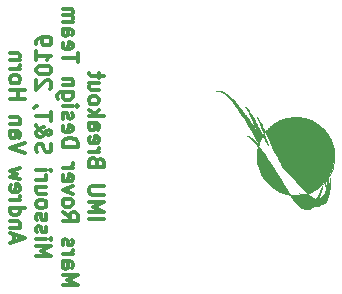
<source format=gbr>
G04 #@! TF.GenerationSoftware,KiCad,Pcbnew,(5.0.0)*
G04 #@! TF.CreationDate,2018-12-18T17:16:08-06:00*
G04 #@! TF.ProjectId,IMUBreakout_Hardware,494D55427265616B6F75745F48617264,rev?*
G04 #@! TF.SameCoordinates,Original*
G04 #@! TF.FileFunction,Legend,Bot*
G04 #@! TF.FilePolarity,Positive*
%FSLAX46Y46*%
G04 Gerber Fmt 4.6, Leading zero omitted, Abs format (unit mm)*
G04 Created by KiCad (PCBNEW (5.0.0)) date 12/18/18 17:16:08*
%MOMM*%
%LPD*%
G01*
G04 APERTURE LIST*
%ADD10C,0.300000*%
%ADD11C,0.010000*%
G04 APERTURE END LIST*
D10*
X122138142Y-101110285D02*
X123422142Y-101110285D01*
X122138142Y-100498857D02*
X123422142Y-100498857D01*
X122505000Y-100070857D01*
X123422142Y-99642857D01*
X122138142Y-99642857D01*
X123422142Y-99031428D02*
X122382714Y-99031428D01*
X122260428Y-98970285D01*
X122199285Y-98909142D01*
X122138142Y-98786857D01*
X122138142Y-98542285D01*
X122199285Y-98420000D01*
X122260428Y-98358857D01*
X122382714Y-98297714D01*
X123422142Y-98297714D01*
X122810714Y-96280000D02*
X122749571Y-96096571D01*
X122688428Y-96035428D01*
X122566142Y-95974285D01*
X122382714Y-95974285D01*
X122260428Y-96035428D01*
X122199285Y-96096571D01*
X122138142Y-96218857D01*
X122138142Y-96708000D01*
X123422142Y-96708000D01*
X123422142Y-96280000D01*
X123361000Y-96157714D01*
X123299857Y-96096571D01*
X123177571Y-96035428D01*
X123055285Y-96035428D01*
X122933000Y-96096571D01*
X122871857Y-96157714D01*
X122810714Y-96280000D01*
X122810714Y-96708000D01*
X122138142Y-95424000D02*
X122994142Y-95424000D01*
X122749571Y-95424000D02*
X122871857Y-95362857D01*
X122933000Y-95301714D01*
X122994142Y-95179428D01*
X122994142Y-95057142D01*
X122199285Y-94140000D02*
X122138142Y-94262285D01*
X122138142Y-94506857D01*
X122199285Y-94629142D01*
X122321571Y-94690285D01*
X122810714Y-94690285D01*
X122933000Y-94629142D01*
X122994142Y-94506857D01*
X122994142Y-94262285D01*
X122933000Y-94140000D01*
X122810714Y-94078857D01*
X122688428Y-94078857D01*
X122566142Y-94690285D01*
X122138142Y-92978285D02*
X122810714Y-92978285D01*
X122933000Y-93039428D01*
X122994142Y-93161714D01*
X122994142Y-93406285D01*
X122933000Y-93528571D01*
X122199285Y-92978285D02*
X122138142Y-93100571D01*
X122138142Y-93406285D01*
X122199285Y-93528571D01*
X122321571Y-93589714D01*
X122443857Y-93589714D01*
X122566142Y-93528571D01*
X122627285Y-93406285D01*
X122627285Y-93100571D01*
X122688428Y-92978285D01*
X122138142Y-92366857D02*
X123422142Y-92366857D01*
X122627285Y-92244571D02*
X122138142Y-91877714D01*
X122994142Y-91877714D02*
X122505000Y-92366857D01*
X122138142Y-91144000D02*
X122199285Y-91266285D01*
X122260428Y-91327428D01*
X122382714Y-91388571D01*
X122749571Y-91388571D01*
X122871857Y-91327428D01*
X122933000Y-91266285D01*
X122994142Y-91144000D01*
X122994142Y-90960571D01*
X122933000Y-90838285D01*
X122871857Y-90777142D01*
X122749571Y-90716000D01*
X122382714Y-90716000D01*
X122260428Y-90777142D01*
X122199285Y-90838285D01*
X122138142Y-90960571D01*
X122138142Y-91144000D01*
X122994142Y-89615428D02*
X122138142Y-89615428D01*
X122994142Y-90165714D02*
X122321571Y-90165714D01*
X122199285Y-90104571D01*
X122138142Y-89982285D01*
X122138142Y-89798857D01*
X122199285Y-89676571D01*
X122260428Y-89615428D01*
X122994142Y-89187428D02*
X122994142Y-88698285D01*
X123422142Y-89004000D02*
X122321571Y-89004000D01*
X122199285Y-88942857D01*
X122138142Y-88820571D01*
X122138142Y-88698285D01*
X119912142Y-106704857D02*
X121196142Y-106704857D01*
X120279000Y-106276857D01*
X121196142Y-105848857D01*
X119912142Y-105848857D01*
X119912142Y-104687142D02*
X120584714Y-104687142D01*
X120707000Y-104748285D01*
X120768142Y-104870571D01*
X120768142Y-105115142D01*
X120707000Y-105237428D01*
X119973285Y-104687142D02*
X119912142Y-104809428D01*
X119912142Y-105115142D01*
X119973285Y-105237428D01*
X120095571Y-105298571D01*
X120217857Y-105298571D01*
X120340142Y-105237428D01*
X120401285Y-105115142D01*
X120401285Y-104809428D01*
X120462428Y-104687142D01*
X119912142Y-104075714D02*
X120768142Y-104075714D01*
X120523571Y-104075714D02*
X120645857Y-104014571D01*
X120707000Y-103953428D01*
X120768142Y-103831142D01*
X120768142Y-103708857D01*
X119973285Y-103342000D02*
X119912142Y-103219714D01*
X119912142Y-102975142D01*
X119973285Y-102852857D01*
X120095571Y-102791714D01*
X120156714Y-102791714D01*
X120279000Y-102852857D01*
X120340142Y-102975142D01*
X120340142Y-103158571D01*
X120401285Y-103280857D01*
X120523571Y-103342000D01*
X120584714Y-103342000D01*
X120707000Y-103280857D01*
X120768142Y-103158571D01*
X120768142Y-102975142D01*
X120707000Y-102852857D01*
X119912142Y-100529428D02*
X120523571Y-100957428D01*
X119912142Y-101263142D02*
X121196142Y-101263142D01*
X121196142Y-100774000D01*
X121135000Y-100651714D01*
X121073857Y-100590571D01*
X120951571Y-100529428D01*
X120768142Y-100529428D01*
X120645857Y-100590571D01*
X120584714Y-100651714D01*
X120523571Y-100774000D01*
X120523571Y-101263142D01*
X119912142Y-99795714D02*
X119973285Y-99918000D01*
X120034428Y-99979142D01*
X120156714Y-100040285D01*
X120523571Y-100040285D01*
X120645857Y-99979142D01*
X120707000Y-99918000D01*
X120768142Y-99795714D01*
X120768142Y-99612285D01*
X120707000Y-99490000D01*
X120645857Y-99428857D01*
X120523571Y-99367714D01*
X120156714Y-99367714D01*
X120034428Y-99428857D01*
X119973285Y-99490000D01*
X119912142Y-99612285D01*
X119912142Y-99795714D01*
X120768142Y-98939714D02*
X119912142Y-98634000D01*
X120768142Y-98328285D01*
X119973285Y-97350000D02*
X119912142Y-97472285D01*
X119912142Y-97716857D01*
X119973285Y-97839142D01*
X120095571Y-97900285D01*
X120584714Y-97900285D01*
X120707000Y-97839142D01*
X120768142Y-97716857D01*
X120768142Y-97472285D01*
X120707000Y-97350000D01*
X120584714Y-97288857D01*
X120462428Y-97288857D01*
X120340142Y-97900285D01*
X119912142Y-96738571D02*
X120768142Y-96738571D01*
X120523571Y-96738571D02*
X120645857Y-96677428D01*
X120707000Y-96616285D01*
X120768142Y-96494000D01*
X120768142Y-96371714D01*
X119912142Y-94965428D02*
X121196142Y-94965428D01*
X121196142Y-94659714D01*
X121135000Y-94476285D01*
X121012714Y-94354000D01*
X120890428Y-94292857D01*
X120645857Y-94231714D01*
X120462428Y-94231714D01*
X120217857Y-94292857D01*
X120095571Y-94354000D01*
X119973285Y-94476285D01*
X119912142Y-94659714D01*
X119912142Y-94965428D01*
X119973285Y-93192285D02*
X119912142Y-93314571D01*
X119912142Y-93559142D01*
X119973285Y-93681428D01*
X120095571Y-93742571D01*
X120584714Y-93742571D01*
X120707000Y-93681428D01*
X120768142Y-93559142D01*
X120768142Y-93314571D01*
X120707000Y-93192285D01*
X120584714Y-93131142D01*
X120462428Y-93131142D01*
X120340142Y-93742571D01*
X119973285Y-92642000D02*
X119912142Y-92519714D01*
X119912142Y-92275142D01*
X119973285Y-92152857D01*
X120095571Y-92091714D01*
X120156714Y-92091714D01*
X120279000Y-92152857D01*
X120340142Y-92275142D01*
X120340142Y-92458571D01*
X120401285Y-92580857D01*
X120523571Y-92642000D01*
X120584714Y-92642000D01*
X120707000Y-92580857D01*
X120768142Y-92458571D01*
X120768142Y-92275142D01*
X120707000Y-92152857D01*
X119912142Y-91541428D02*
X120768142Y-91541428D01*
X121196142Y-91541428D02*
X121135000Y-91602571D01*
X121073857Y-91541428D01*
X121135000Y-91480285D01*
X121196142Y-91541428D01*
X121073857Y-91541428D01*
X120768142Y-90379714D02*
X119728714Y-90379714D01*
X119606428Y-90440857D01*
X119545285Y-90502000D01*
X119484142Y-90624285D01*
X119484142Y-90807714D01*
X119545285Y-90930000D01*
X119973285Y-90379714D02*
X119912142Y-90502000D01*
X119912142Y-90746571D01*
X119973285Y-90868857D01*
X120034428Y-90930000D01*
X120156714Y-90991142D01*
X120523571Y-90991142D01*
X120645857Y-90930000D01*
X120707000Y-90868857D01*
X120768142Y-90746571D01*
X120768142Y-90502000D01*
X120707000Y-90379714D01*
X120768142Y-89768285D02*
X119912142Y-89768285D01*
X120645857Y-89768285D02*
X120707000Y-89707142D01*
X120768142Y-89584857D01*
X120768142Y-89401428D01*
X120707000Y-89279142D01*
X120584714Y-89218000D01*
X119912142Y-89218000D01*
X121196142Y-87811714D02*
X121196142Y-87078000D01*
X119912142Y-87444857D02*
X121196142Y-87444857D01*
X119973285Y-86160857D02*
X119912142Y-86283142D01*
X119912142Y-86527714D01*
X119973285Y-86650000D01*
X120095571Y-86711142D01*
X120584714Y-86711142D01*
X120707000Y-86650000D01*
X120768142Y-86527714D01*
X120768142Y-86283142D01*
X120707000Y-86160857D01*
X120584714Y-86099714D01*
X120462428Y-86099714D01*
X120340142Y-86711142D01*
X119912142Y-84999142D02*
X120584714Y-84999142D01*
X120707000Y-85060285D01*
X120768142Y-85182571D01*
X120768142Y-85427142D01*
X120707000Y-85549428D01*
X119973285Y-84999142D02*
X119912142Y-85121428D01*
X119912142Y-85427142D01*
X119973285Y-85549428D01*
X120095571Y-85610571D01*
X120217857Y-85610571D01*
X120340142Y-85549428D01*
X120401285Y-85427142D01*
X120401285Y-85121428D01*
X120462428Y-84999142D01*
X119912142Y-84387714D02*
X120768142Y-84387714D01*
X120645857Y-84387714D02*
X120707000Y-84326571D01*
X120768142Y-84204285D01*
X120768142Y-84020857D01*
X120707000Y-83898571D01*
X120584714Y-83837428D01*
X119912142Y-83837428D01*
X120584714Y-83837428D02*
X120707000Y-83776285D01*
X120768142Y-83654000D01*
X120768142Y-83470571D01*
X120707000Y-83348285D01*
X120584714Y-83287142D01*
X119912142Y-83287142D01*
X117686142Y-104259142D02*
X118970142Y-104259142D01*
X118053000Y-103831142D01*
X118970142Y-103403142D01*
X117686142Y-103403142D01*
X117686142Y-102791714D02*
X118542142Y-102791714D01*
X118970142Y-102791714D02*
X118909000Y-102852857D01*
X118847857Y-102791714D01*
X118909000Y-102730571D01*
X118970142Y-102791714D01*
X118847857Y-102791714D01*
X117747285Y-102241428D02*
X117686142Y-102119142D01*
X117686142Y-101874571D01*
X117747285Y-101752285D01*
X117869571Y-101691142D01*
X117930714Y-101691142D01*
X118053000Y-101752285D01*
X118114142Y-101874571D01*
X118114142Y-102058000D01*
X118175285Y-102180285D01*
X118297571Y-102241428D01*
X118358714Y-102241428D01*
X118481000Y-102180285D01*
X118542142Y-102058000D01*
X118542142Y-101874571D01*
X118481000Y-101752285D01*
X117747285Y-101202000D02*
X117686142Y-101079714D01*
X117686142Y-100835142D01*
X117747285Y-100712857D01*
X117869571Y-100651714D01*
X117930714Y-100651714D01*
X118053000Y-100712857D01*
X118114142Y-100835142D01*
X118114142Y-101018571D01*
X118175285Y-101140857D01*
X118297571Y-101202000D01*
X118358714Y-101202000D01*
X118481000Y-101140857D01*
X118542142Y-101018571D01*
X118542142Y-100835142D01*
X118481000Y-100712857D01*
X117686142Y-99918000D02*
X117747285Y-100040285D01*
X117808428Y-100101428D01*
X117930714Y-100162571D01*
X118297571Y-100162571D01*
X118419857Y-100101428D01*
X118481000Y-100040285D01*
X118542142Y-99918000D01*
X118542142Y-99734571D01*
X118481000Y-99612285D01*
X118419857Y-99551142D01*
X118297571Y-99490000D01*
X117930714Y-99490000D01*
X117808428Y-99551142D01*
X117747285Y-99612285D01*
X117686142Y-99734571D01*
X117686142Y-99918000D01*
X118542142Y-98389428D02*
X117686142Y-98389428D01*
X118542142Y-98939714D02*
X117869571Y-98939714D01*
X117747285Y-98878571D01*
X117686142Y-98756285D01*
X117686142Y-98572857D01*
X117747285Y-98450571D01*
X117808428Y-98389428D01*
X117686142Y-97778000D02*
X118542142Y-97778000D01*
X118297571Y-97778000D02*
X118419857Y-97716857D01*
X118481000Y-97655714D01*
X118542142Y-97533428D01*
X118542142Y-97411142D01*
X117686142Y-96983142D02*
X118542142Y-96983142D01*
X118970142Y-96983142D02*
X118909000Y-97044285D01*
X118847857Y-96983142D01*
X118909000Y-96922000D01*
X118970142Y-96983142D01*
X118847857Y-96983142D01*
X117747285Y-95454571D02*
X117686142Y-95271142D01*
X117686142Y-94965428D01*
X117747285Y-94843142D01*
X117808428Y-94782000D01*
X117930714Y-94720857D01*
X118053000Y-94720857D01*
X118175285Y-94782000D01*
X118236428Y-94843142D01*
X118297571Y-94965428D01*
X118358714Y-95210000D01*
X118419857Y-95332285D01*
X118481000Y-95393428D01*
X118603285Y-95454571D01*
X118725571Y-95454571D01*
X118847857Y-95393428D01*
X118909000Y-95332285D01*
X118970142Y-95210000D01*
X118970142Y-94904285D01*
X118909000Y-94720857D01*
X117686142Y-93131142D02*
X117686142Y-93192285D01*
X117747285Y-93314571D01*
X117930714Y-93498000D01*
X118297571Y-93803714D01*
X118481000Y-93926000D01*
X118664428Y-93987142D01*
X118786714Y-93987142D01*
X118909000Y-93926000D01*
X118970142Y-93803714D01*
X118970142Y-93742571D01*
X118909000Y-93620285D01*
X118786714Y-93559142D01*
X118725571Y-93559142D01*
X118603285Y-93620285D01*
X118542142Y-93681428D01*
X118297571Y-94048285D01*
X118236428Y-94109428D01*
X118114142Y-94170571D01*
X117930714Y-94170571D01*
X117808428Y-94109428D01*
X117747285Y-94048285D01*
X117686142Y-93926000D01*
X117686142Y-93742571D01*
X117747285Y-93620285D01*
X117808428Y-93559142D01*
X118053000Y-93375714D01*
X118236428Y-93314571D01*
X118358714Y-93314571D01*
X118970142Y-92764285D02*
X118970142Y-92030571D01*
X117686142Y-92397428D02*
X118970142Y-92397428D01*
X117747285Y-91541428D02*
X117686142Y-91541428D01*
X117563857Y-91602571D01*
X117502714Y-91663714D01*
X118847857Y-90074000D02*
X118909000Y-90012857D01*
X118970142Y-89890571D01*
X118970142Y-89584857D01*
X118909000Y-89462571D01*
X118847857Y-89401428D01*
X118725571Y-89340285D01*
X118603285Y-89340285D01*
X118419857Y-89401428D01*
X117686142Y-90135142D01*
X117686142Y-89340285D01*
X118970142Y-88545428D02*
X118970142Y-88423142D01*
X118909000Y-88300857D01*
X118847857Y-88239714D01*
X118725571Y-88178571D01*
X118481000Y-88117428D01*
X118175285Y-88117428D01*
X117930714Y-88178571D01*
X117808428Y-88239714D01*
X117747285Y-88300857D01*
X117686142Y-88423142D01*
X117686142Y-88545428D01*
X117747285Y-88667714D01*
X117808428Y-88728857D01*
X117930714Y-88790000D01*
X118175285Y-88851142D01*
X118481000Y-88851142D01*
X118725571Y-88790000D01*
X118847857Y-88728857D01*
X118909000Y-88667714D01*
X118970142Y-88545428D01*
X117686142Y-86894571D02*
X117686142Y-87628285D01*
X117686142Y-87261428D02*
X118970142Y-87261428D01*
X118786714Y-87383714D01*
X118664428Y-87506000D01*
X118603285Y-87628285D01*
X117686142Y-86283142D02*
X117686142Y-86038571D01*
X117747285Y-85916285D01*
X117808428Y-85855142D01*
X117991857Y-85732857D01*
X118236428Y-85671714D01*
X118725571Y-85671714D01*
X118847857Y-85732857D01*
X118909000Y-85794000D01*
X118970142Y-85916285D01*
X118970142Y-86160857D01*
X118909000Y-86283142D01*
X118847857Y-86344285D01*
X118725571Y-86405428D01*
X118419857Y-86405428D01*
X118297571Y-86344285D01*
X118236428Y-86283142D01*
X118175285Y-86160857D01*
X118175285Y-85916285D01*
X118236428Y-85794000D01*
X118297571Y-85732857D01*
X118419857Y-85671714D01*
X115827000Y-103005714D02*
X115827000Y-102394285D01*
X115460142Y-103128000D02*
X116744142Y-102700000D01*
X115460142Y-102272000D01*
X116316142Y-101844000D02*
X115460142Y-101844000D01*
X116193857Y-101844000D02*
X116255000Y-101782857D01*
X116316142Y-101660571D01*
X116316142Y-101477142D01*
X116255000Y-101354857D01*
X116132714Y-101293714D01*
X115460142Y-101293714D01*
X115460142Y-100132000D02*
X116744142Y-100132000D01*
X115521285Y-100132000D02*
X115460142Y-100254285D01*
X115460142Y-100498857D01*
X115521285Y-100621142D01*
X115582428Y-100682285D01*
X115704714Y-100743428D01*
X116071571Y-100743428D01*
X116193857Y-100682285D01*
X116255000Y-100621142D01*
X116316142Y-100498857D01*
X116316142Y-100254285D01*
X116255000Y-100132000D01*
X115460142Y-99520571D02*
X116316142Y-99520571D01*
X116071571Y-99520571D02*
X116193857Y-99459428D01*
X116255000Y-99398285D01*
X116316142Y-99276000D01*
X116316142Y-99153714D01*
X115521285Y-98236571D02*
X115460142Y-98358857D01*
X115460142Y-98603428D01*
X115521285Y-98725714D01*
X115643571Y-98786857D01*
X116132714Y-98786857D01*
X116255000Y-98725714D01*
X116316142Y-98603428D01*
X116316142Y-98358857D01*
X116255000Y-98236571D01*
X116132714Y-98175428D01*
X116010428Y-98175428D01*
X115888142Y-98786857D01*
X116316142Y-97747428D02*
X115460142Y-97502857D01*
X116071571Y-97258285D01*
X115460142Y-97013714D01*
X116316142Y-96769142D01*
X116744142Y-95485142D02*
X115460142Y-95057142D01*
X116744142Y-94629142D01*
X115460142Y-93650857D02*
X116132714Y-93650857D01*
X116255000Y-93712000D01*
X116316142Y-93834285D01*
X116316142Y-94078857D01*
X116255000Y-94201142D01*
X115521285Y-93650857D02*
X115460142Y-93773142D01*
X115460142Y-94078857D01*
X115521285Y-94201142D01*
X115643571Y-94262285D01*
X115765857Y-94262285D01*
X115888142Y-94201142D01*
X115949285Y-94078857D01*
X115949285Y-93773142D01*
X116010428Y-93650857D01*
X116316142Y-93039428D02*
X115460142Y-93039428D01*
X116193857Y-93039428D02*
X116255000Y-92978285D01*
X116316142Y-92856000D01*
X116316142Y-92672571D01*
X116255000Y-92550285D01*
X116132714Y-92489142D01*
X115460142Y-92489142D01*
X115460142Y-90899428D02*
X116744142Y-90899428D01*
X116132714Y-90899428D02*
X116132714Y-90165714D01*
X115460142Y-90165714D02*
X116744142Y-90165714D01*
X115460142Y-89370857D02*
X115521285Y-89493142D01*
X115582428Y-89554285D01*
X115704714Y-89615428D01*
X116071571Y-89615428D01*
X116193857Y-89554285D01*
X116255000Y-89493142D01*
X116316142Y-89370857D01*
X116316142Y-89187428D01*
X116255000Y-89065142D01*
X116193857Y-89004000D01*
X116071571Y-88942857D01*
X115704714Y-88942857D01*
X115582428Y-89004000D01*
X115521285Y-89065142D01*
X115460142Y-89187428D01*
X115460142Y-89370857D01*
X115460142Y-88392571D02*
X116316142Y-88392571D01*
X116071571Y-88392571D02*
X116193857Y-88331428D01*
X116255000Y-88270285D01*
X116316142Y-88148000D01*
X116316142Y-88025714D01*
X116316142Y-87597714D02*
X115460142Y-87597714D01*
X116193857Y-87597714D02*
X116255000Y-87536571D01*
X116316142Y-87414285D01*
X116316142Y-87230857D01*
X116255000Y-87108571D01*
X116132714Y-87047428D01*
X115460142Y-87047428D01*
D11*
G04 #@! TO.C,G\002A\002A\002A*
G36*
X133067389Y-90236769D02*
X133001675Y-90246247D01*
X132948170Y-90261802D01*
X132940009Y-90265335D01*
X132907257Y-90280513D01*
X132937375Y-90275418D01*
X133042199Y-90263662D01*
X133140383Y-90264445D01*
X133227468Y-90277718D01*
X133231063Y-90278611D01*
X133332543Y-90311983D01*
X133438293Y-90361990D01*
X133548671Y-90428926D01*
X133664041Y-90513084D01*
X133784761Y-90614758D01*
X133911193Y-90734241D01*
X134043698Y-90871827D01*
X134182636Y-91027810D01*
X134251869Y-91109484D01*
X134316010Y-91186949D01*
X134377288Y-91262490D01*
X134436661Y-91337494D01*
X134495092Y-91413349D01*
X134553540Y-91491443D01*
X134612965Y-91573164D01*
X134674328Y-91659901D01*
X134738588Y-91753042D01*
X134806707Y-91853974D01*
X134879644Y-91964086D01*
X134958360Y-92084766D01*
X135043815Y-92217402D01*
X135136968Y-92363382D01*
X135238782Y-92524094D01*
X135324343Y-92659803D01*
X135519455Y-92974436D01*
X135707118Y-93286350D01*
X135884315Y-93590508D01*
X135928911Y-93668775D01*
X135969213Y-93739489D01*
X136015905Y-93820819D01*
X136065142Y-93906107D01*
X136113081Y-93988695D01*
X136155143Y-94060674D01*
X136197038Y-94132491D01*
X136242995Y-94212024D01*
X136289466Y-94293086D01*
X136332905Y-94369487D01*
X136369765Y-94435041D01*
X136370944Y-94437156D01*
X136402733Y-94494093D01*
X136432890Y-94547926D01*
X136459409Y-94595088D01*
X136480283Y-94632012D01*
X136493507Y-94655129D01*
X136493923Y-94655844D01*
X136519178Y-94699198D01*
X136558153Y-94595607D01*
X136578596Y-94544375D01*
X136604011Y-94485534D01*
X136633123Y-94421588D01*
X136664659Y-94355037D01*
X136697342Y-94288382D01*
X136729897Y-94224126D01*
X136761051Y-94164768D01*
X136789527Y-94112811D01*
X136814050Y-94070756D01*
X136833346Y-94041104D01*
X136846140Y-94026357D01*
X136848919Y-94025178D01*
X136855665Y-94033572D01*
X136870146Y-94056847D01*
X136890691Y-94092146D01*
X136915630Y-94136609D01*
X136938391Y-94178281D01*
X136975144Y-94246074D01*
X137014554Y-94318307D01*
X137055421Y-94392820D01*
X137096545Y-94467458D01*
X137136726Y-94540062D01*
X137174764Y-94608475D01*
X137209458Y-94670539D01*
X137239608Y-94724098D01*
X137264014Y-94766993D01*
X137281476Y-94797067D01*
X137290793Y-94812163D01*
X137291650Y-94813281D01*
X137292347Y-94808874D01*
X137287010Y-94789080D01*
X137276655Y-94757314D01*
X137266299Y-94727945D01*
X137241148Y-94658839D01*
X137213191Y-94582605D01*
X137183227Y-94501372D01*
X137152054Y-94417267D01*
X137120472Y-94332420D01*
X137089280Y-94248958D01*
X137059277Y-94169010D01*
X137031261Y-94094705D01*
X137006034Y-94028170D01*
X136984392Y-93971535D01*
X136967136Y-93926927D01*
X136955064Y-93896475D01*
X136948976Y-93882307D01*
X136948545Y-93881613D01*
X136940077Y-93885539D01*
X136924195Y-93903113D01*
X136903939Y-93930842D01*
X136898295Y-93939340D01*
X136877354Y-93970290D01*
X136860286Y-93993329D01*
X136850145Y-94004390D01*
X136849101Y-94004812D01*
X136842745Y-93996266D01*
X136828454Y-93972483D01*
X136807659Y-93935993D01*
X136781788Y-93889322D01*
X136752270Y-93834996D01*
X136737336Y-93807148D01*
X136702165Y-93741663D01*
X136660055Y-93663853D01*
X136613849Y-93578931D01*
X136566385Y-93492110D01*
X136520506Y-93408602D01*
X136492657Y-93358166D01*
X136452232Y-93285007D01*
X136404745Y-93198862D01*
X136352750Y-93104376D01*
X136298798Y-93006191D01*
X136245442Y-92908949D01*
X136195234Y-92817295D01*
X136177731Y-92785297D01*
X136096380Y-92637700D01*
X136016476Y-92495022D01*
X135938882Y-92358716D01*
X135864464Y-92230233D01*
X135794089Y-92111026D01*
X135728621Y-92002547D01*
X135668926Y-91906248D01*
X135615869Y-91823581D01*
X135570317Y-91755998D01*
X135535911Y-91708561D01*
X135487716Y-91650448D01*
X135444732Y-91608666D01*
X135407673Y-91583611D01*
X135377250Y-91575683D01*
X135354175Y-91585278D01*
X135343453Y-91601105D01*
X135333514Y-91627923D01*
X135331804Y-91643690D01*
X135337460Y-91645795D01*
X135349621Y-91631630D01*
X135352187Y-91627557D01*
X135371560Y-91604026D01*
X135389560Y-91597450D01*
X135389798Y-91597492D01*
X135408666Y-91609535D01*
X135434797Y-91639608D01*
X135467874Y-91687147D01*
X135507580Y-91751588D01*
X135553596Y-91832369D01*
X135605607Y-91928925D01*
X135663293Y-92040694D01*
X135726338Y-92167113D01*
X135794424Y-92307616D01*
X135818722Y-92358617D01*
X135842652Y-92409608D01*
X135871859Y-92472769D01*
X135905609Y-92546448D01*
X135943167Y-92628993D01*
X135983798Y-92718752D01*
X136026767Y-92814073D01*
X136071340Y-92913302D01*
X136116780Y-93014789D01*
X136162354Y-93116880D01*
X136207326Y-93217923D01*
X136250962Y-93316266D01*
X136292526Y-93410257D01*
X136331285Y-93498244D01*
X136366501Y-93578573D01*
X136397442Y-93649594D01*
X136423372Y-93709653D01*
X136443556Y-93757099D01*
X136457259Y-93790279D01*
X136463746Y-93807541D01*
X136464126Y-93809666D01*
X136457980Y-93802482D01*
X136442240Y-93780835D01*
X136418464Y-93746958D01*
X136388209Y-93703087D01*
X136353032Y-93651456D01*
X136325715Y-93611006D01*
X136280178Y-93543757D01*
X136226267Y-93464848D01*
X136165357Y-93376245D01*
X136098825Y-93279915D01*
X136028047Y-93177824D01*
X135954398Y-93071937D01*
X135879255Y-92964222D01*
X135803994Y-92856642D01*
X135729991Y-92751166D01*
X135658622Y-92649758D01*
X135591264Y-92554385D01*
X135529291Y-92467013D01*
X135474081Y-92389608D01*
X135427009Y-92324135D01*
X135389452Y-92272562D01*
X135378857Y-92258222D01*
X135195590Y-92014530D01*
X135020817Y-91788455D01*
X134854157Y-91579603D01*
X134695234Y-91387578D01*
X134543666Y-91211985D01*
X134399076Y-91052429D01*
X134261085Y-90908515D01*
X134129314Y-90779847D01*
X134003383Y-90666031D01*
X133882913Y-90566671D01*
X133767527Y-90481373D01*
X133656844Y-90409741D01*
X133550486Y-90351379D01*
X133549786Y-90351032D01*
X133470505Y-90313195D01*
X133403029Y-90284791D01*
X133342413Y-90264175D01*
X133283717Y-90249703D01*
X133221997Y-90239731D01*
X133211394Y-90238429D01*
X133139300Y-90233964D01*
X133067389Y-90236769D01*
X133067389Y-90236769D01*
G37*
X133067389Y-90236769D02*
X133001675Y-90246247D01*
X132948170Y-90261802D01*
X132940009Y-90265335D01*
X132907257Y-90280513D01*
X132937375Y-90275418D01*
X133042199Y-90263662D01*
X133140383Y-90264445D01*
X133227468Y-90277718D01*
X133231063Y-90278611D01*
X133332543Y-90311983D01*
X133438293Y-90361990D01*
X133548671Y-90428926D01*
X133664041Y-90513084D01*
X133784761Y-90614758D01*
X133911193Y-90734241D01*
X134043698Y-90871827D01*
X134182636Y-91027810D01*
X134251869Y-91109484D01*
X134316010Y-91186949D01*
X134377288Y-91262490D01*
X134436661Y-91337494D01*
X134495092Y-91413349D01*
X134553540Y-91491443D01*
X134612965Y-91573164D01*
X134674328Y-91659901D01*
X134738588Y-91753042D01*
X134806707Y-91853974D01*
X134879644Y-91964086D01*
X134958360Y-92084766D01*
X135043815Y-92217402D01*
X135136968Y-92363382D01*
X135238782Y-92524094D01*
X135324343Y-92659803D01*
X135519455Y-92974436D01*
X135707118Y-93286350D01*
X135884315Y-93590508D01*
X135928911Y-93668775D01*
X135969213Y-93739489D01*
X136015905Y-93820819D01*
X136065142Y-93906107D01*
X136113081Y-93988695D01*
X136155143Y-94060674D01*
X136197038Y-94132491D01*
X136242995Y-94212024D01*
X136289466Y-94293086D01*
X136332905Y-94369487D01*
X136369765Y-94435041D01*
X136370944Y-94437156D01*
X136402733Y-94494093D01*
X136432890Y-94547926D01*
X136459409Y-94595088D01*
X136480283Y-94632012D01*
X136493507Y-94655129D01*
X136493923Y-94655844D01*
X136519178Y-94699198D01*
X136558153Y-94595607D01*
X136578596Y-94544375D01*
X136604011Y-94485534D01*
X136633123Y-94421588D01*
X136664659Y-94355037D01*
X136697342Y-94288382D01*
X136729897Y-94224126D01*
X136761051Y-94164768D01*
X136789527Y-94112811D01*
X136814050Y-94070756D01*
X136833346Y-94041104D01*
X136846140Y-94026357D01*
X136848919Y-94025178D01*
X136855665Y-94033572D01*
X136870146Y-94056847D01*
X136890691Y-94092146D01*
X136915630Y-94136609D01*
X136938391Y-94178281D01*
X136975144Y-94246074D01*
X137014554Y-94318307D01*
X137055421Y-94392820D01*
X137096545Y-94467458D01*
X137136726Y-94540062D01*
X137174764Y-94608475D01*
X137209458Y-94670539D01*
X137239608Y-94724098D01*
X137264014Y-94766993D01*
X137281476Y-94797067D01*
X137290793Y-94812163D01*
X137291650Y-94813281D01*
X137292347Y-94808874D01*
X137287010Y-94789080D01*
X137276655Y-94757314D01*
X137266299Y-94727945D01*
X137241148Y-94658839D01*
X137213191Y-94582605D01*
X137183227Y-94501372D01*
X137152054Y-94417267D01*
X137120472Y-94332420D01*
X137089280Y-94248958D01*
X137059277Y-94169010D01*
X137031261Y-94094705D01*
X137006034Y-94028170D01*
X136984392Y-93971535D01*
X136967136Y-93926927D01*
X136955064Y-93896475D01*
X136948976Y-93882307D01*
X136948545Y-93881613D01*
X136940077Y-93885539D01*
X136924195Y-93903113D01*
X136903939Y-93930842D01*
X136898295Y-93939340D01*
X136877354Y-93970290D01*
X136860286Y-93993329D01*
X136850145Y-94004390D01*
X136849101Y-94004812D01*
X136842745Y-93996266D01*
X136828454Y-93972483D01*
X136807659Y-93935993D01*
X136781788Y-93889322D01*
X136752270Y-93834996D01*
X136737336Y-93807148D01*
X136702165Y-93741663D01*
X136660055Y-93663853D01*
X136613849Y-93578931D01*
X136566385Y-93492110D01*
X136520506Y-93408602D01*
X136492657Y-93358166D01*
X136452232Y-93285007D01*
X136404745Y-93198862D01*
X136352750Y-93104376D01*
X136298798Y-93006191D01*
X136245442Y-92908949D01*
X136195234Y-92817295D01*
X136177731Y-92785297D01*
X136096380Y-92637700D01*
X136016476Y-92495022D01*
X135938882Y-92358716D01*
X135864464Y-92230233D01*
X135794089Y-92111026D01*
X135728621Y-92002547D01*
X135668926Y-91906248D01*
X135615869Y-91823581D01*
X135570317Y-91755998D01*
X135535911Y-91708561D01*
X135487716Y-91650448D01*
X135444732Y-91608666D01*
X135407673Y-91583611D01*
X135377250Y-91575683D01*
X135354175Y-91585278D01*
X135343453Y-91601105D01*
X135333514Y-91627923D01*
X135331804Y-91643690D01*
X135337460Y-91645795D01*
X135349621Y-91631630D01*
X135352187Y-91627557D01*
X135371560Y-91604026D01*
X135389560Y-91597450D01*
X135389798Y-91597492D01*
X135408666Y-91609535D01*
X135434797Y-91639608D01*
X135467874Y-91687147D01*
X135507580Y-91751588D01*
X135553596Y-91832369D01*
X135605607Y-91928925D01*
X135663293Y-92040694D01*
X135726338Y-92167113D01*
X135794424Y-92307616D01*
X135818722Y-92358617D01*
X135842652Y-92409608D01*
X135871859Y-92472769D01*
X135905609Y-92546448D01*
X135943167Y-92628993D01*
X135983798Y-92718752D01*
X136026767Y-92814073D01*
X136071340Y-92913302D01*
X136116780Y-93014789D01*
X136162354Y-93116880D01*
X136207326Y-93217923D01*
X136250962Y-93316266D01*
X136292526Y-93410257D01*
X136331285Y-93498244D01*
X136366501Y-93578573D01*
X136397442Y-93649594D01*
X136423372Y-93709653D01*
X136443556Y-93757099D01*
X136457259Y-93790279D01*
X136463746Y-93807541D01*
X136464126Y-93809666D01*
X136457980Y-93802482D01*
X136442240Y-93780835D01*
X136418464Y-93746958D01*
X136388209Y-93703087D01*
X136353032Y-93651456D01*
X136325715Y-93611006D01*
X136280178Y-93543757D01*
X136226267Y-93464848D01*
X136165357Y-93376245D01*
X136098825Y-93279915D01*
X136028047Y-93177824D01*
X135954398Y-93071937D01*
X135879255Y-92964222D01*
X135803994Y-92856642D01*
X135729991Y-92751166D01*
X135658622Y-92649758D01*
X135591264Y-92554385D01*
X135529291Y-92467013D01*
X135474081Y-92389608D01*
X135427009Y-92324135D01*
X135389452Y-92272562D01*
X135378857Y-92258222D01*
X135195590Y-92014530D01*
X135020817Y-91788455D01*
X134854157Y-91579603D01*
X134695234Y-91387578D01*
X134543666Y-91211985D01*
X134399076Y-91052429D01*
X134261085Y-90908515D01*
X134129314Y-90779847D01*
X134003383Y-90666031D01*
X133882913Y-90566671D01*
X133767527Y-90481373D01*
X133656844Y-90409741D01*
X133550486Y-90351379D01*
X133549786Y-90351032D01*
X133470505Y-90313195D01*
X133403029Y-90284791D01*
X133342413Y-90264175D01*
X133283717Y-90249703D01*
X133221997Y-90239731D01*
X133211394Y-90238429D01*
X133139300Y-90233964D01*
X133067389Y-90236769D01*
G36*
X137299549Y-94833360D02*
X137304569Y-94838380D01*
X137309589Y-94833360D01*
X137304569Y-94828340D01*
X137299549Y-94833360D01*
X137299549Y-94833360D01*
G37*
X137299549Y-94833360D02*
X137304569Y-94838380D01*
X137309589Y-94833360D01*
X137304569Y-94828340D01*
X137299549Y-94833360D01*
G36*
X136357646Y-92475025D02*
X136362903Y-92487126D01*
X136380000Y-92512867D01*
X136389810Y-92526756D01*
X136408160Y-92553842D01*
X136426139Y-92583573D01*
X136444875Y-92618325D01*
X136465497Y-92660477D01*
X136489132Y-92712406D01*
X136516909Y-92776489D01*
X136549957Y-92855105D01*
X136579378Y-92926244D01*
X136604400Y-92987670D01*
X136635260Y-93064444D01*
X136670621Y-93153161D01*
X136709145Y-93250415D01*
X136749494Y-93352801D01*
X136790330Y-93456915D01*
X136830314Y-93559352D01*
X136868109Y-93656706D01*
X136902377Y-93745572D01*
X136931780Y-93822545D01*
X136937631Y-93837988D01*
X136948468Y-93866648D01*
X137004780Y-93789539D01*
X137029678Y-93757301D01*
X137050702Y-93733500D01*
X137064943Y-93721255D01*
X137068994Y-93720721D01*
X137074612Y-93730970D01*
X137088192Y-93757788D01*
X137108987Y-93799649D01*
X137136251Y-93855028D01*
X137169239Y-93922401D01*
X137207204Y-94000243D01*
X137249401Y-94087029D01*
X137295083Y-94181233D01*
X137343505Y-94281332D01*
X137362828Y-94321344D01*
X137474079Y-94551675D01*
X137577313Y-94765119D01*
X137673140Y-94962925D01*
X137762169Y-95146337D01*
X137845010Y-95316603D01*
X137922273Y-95474968D01*
X137994566Y-95622678D01*
X138062500Y-95760980D01*
X138126684Y-95891120D01*
X138187727Y-96014344D01*
X138246239Y-96131899D01*
X138302830Y-96245030D01*
X138335042Y-96309170D01*
X138378701Y-96396492D01*
X138415982Y-96471559D01*
X138448210Y-96536093D01*
X138476713Y-96591820D01*
X138502815Y-96640462D01*
X138527842Y-96683744D01*
X138553121Y-96723388D01*
X138579978Y-96761118D01*
X138609737Y-96798659D01*
X138643726Y-96837733D01*
X138683270Y-96880065D01*
X138729695Y-96927378D01*
X138784326Y-96981396D01*
X138848490Y-97043842D01*
X138923513Y-97116440D01*
X139010720Y-97200913D01*
X139051446Y-97240491D01*
X139124905Y-97312369D01*
X139196772Y-97383443D01*
X139265174Y-97451806D01*
X139328234Y-97515553D01*
X139384077Y-97572777D01*
X139430829Y-97621572D01*
X139466614Y-97660031D01*
X139487443Y-97683693D01*
X139544094Y-97750302D01*
X139612788Y-97829063D01*
X139691518Y-97917789D01*
X139778275Y-98014292D01*
X139871048Y-98116383D01*
X139967830Y-98221873D01*
X140066610Y-98328576D01*
X140165380Y-98434303D01*
X140262131Y-98536865D01*
X140354854Y-98634074D01*
X140441539Y-98723743D01*
X140455723Y-98738276D01*
X140503697Y-98787495D01*
X140546532Y-98831708D01*
X140582376Y-98868984D01*
X140609379Y-98897390D01*
X140625689Y-98914992D01*
X140629784Y-98920010D01*
X140617444Y-98924406D01*
X140589486Y-98932450D01*
X140549823Y-98943143D01*
X140502373Y-98955487D01*
X140451049Y-98968484D01*
X140399768Y-98981137D01*
X140352444Y-98992446D01*
X140312993Y-99001415D01*
X140297752Y-99004646D01*
X140233275Y-99016804D01*
X140186416Y-99023207D01*
X140155594Y-99023973D01*
X140139227Y-99019219D01*
X140136803Y-99016583D01*
X140127211Y-99007119D01*
X140105508Y-98988312D01*
X140075335Y-98963264D01*
X140053384Y-98945490D01*
X139975083Y-98882677D01*
X140133543Y-99032133D01*
X140099491Y-99038227D01*
X140039134Y-99046957D01*
X139966792Y-99054029D01*
X139885206Y-99059462D01*
X139797118Y-99063277D01*
X139705267Y-99065494D01*
X139612396Y-99066133D01*
X139521244Y-99065214D01*
X139434554Y-99062757D01*
X139355066Y-99058782D01*
X139285521Y-99053310D01*
X139228661Y-99046359D01*
X139187226Y-99037951D01*
X139169273Y-99031418D01*
X139157793Y-99019573D01*
X139137475Y-98992044D01*
X139109400Y-98950607D01*
X139074653Y-98897034D01*
X139034315Y-98833098D01*
X138989469Y-98760575D01*
X138941198Y-98681236D01*
X138890584Y-98596857D01*
X138838710Y-98509210D01*
X138786660Y-98420069D01*
X138735514Y-98331208D01*
X138686357Y-98244401D01*
X138659687Y-98196601D01*
X138617366Y-98121587D01*
X138571914Y-98043270D01*
X138525979Y-97966062D01*
X138482212Y-97894374D01*
X138443262Y-97832618D01*
X138418498Y-97795020D01*
X138381447Y-97738446D01*
X138338418Y-97669712D01*
X138292798Y-97594417D01*
X138247975Y-97518161D01*
X138207337Y-97446546D01*
X138203271Y-97439199D01*
X138153378Y-97351052D01*
X138104314Y-97269585D01*
X138052552Y-97189318D01*
X137994562Y-97104778D01*
X137928299Y-97012519D01*
X137786403Y-96814263D01*
X137652315Y-96618387D01*
X137522918Y-96420061D01*
X137395096Y-96214452D01*
X137265731Y-95996732D01*
X137205617Y-95892530D01*
X137169546Y-95830546D01*
X137136721Y-95777042D01*
X137104185Y-95727826D01*
X137068979Y-95678706D01*
X137028143Y-95625488D01*
X136978720Y-95563981D01*
X136943477Y-95521068D01*
X136894836Y-95462066D01*
X136846454Y-95403214D01*
X136801073Y-95347860D01*
X136761438Y-95299355D01*
X136730291Y-95261046D01*
X136717326Y-95244981D01*
X136686124Y-95206543D01*
X136646619Y-95158481D01*
X136603504Y-95106473D01*
X136561472Y-95056201D01*
X136554523Y-95047940D01*
X136520300Y-95006501D01*
X136491261Y-94969815D01*
X136469674Y-94940870D01*
X136457808Y-94922651D01*
X136456229Y-94918508D01*
X136458907Y-94903432D01*
X136465799Y-94876033D01*
X136475190Y-94842213D01*
X136485365Y-94807871D01*
X136494608Y-94778911D01*
X136501206Y-94761231D01*
X136502671Y-94758690D01*
X136511437Y-94762755D01*
X136530275Y-94777674D01*
X136553636Y-94798848D01*
X136576806Y-94819726D01*
X136587652Y-94826645D01*
X136585549Y-94819214D01*
X136584996Y-94818301D01*
X136570959Y-94793895D01*
X136553691Y-94761840D01*
X136546879Y-94748666D01*
X136533178Y-94722914D01*
X136524776Y-94712914D01*
X136518160Y-94716376D01*
X136512396Y-94726170D01*
X136506993Y-94734384D01*
X136500169Y-94737199D01*
X136489343Y-94733001D01*
X136471935Y-94720177D01*
X136445365Y-94697111D01*
X136407050Y-94662192D01*
X136400609Y-94656271D01*
X136286978Y-94552673D01*
X136185747Y-94462322D01*
X136095421Y-94383970D01*
X136014504Y-94316370D01*
X135941500Y-94258275D01*
X135874913Y-94208437D01*
X135813249Y-94165609D01*
X135808679Y-94162577D01*
X135726948Y-94111970D01*
X135657011Y-94075945D01*
X135599216Y-94054626D01*
X135553910Y-94048137D01*
X135521441Y-94056601D01*
X135517533Y-94059296D01*
X135506816Y-94068683D01*
X135508811Y-94073267D01*
X135526427Y-94074836D01*
X135543176Y-94075057D01*
X135587935Y-94081695D01*
X135632343Y-94102938D01*
X135634321Y-94104182D01*
X135669485Y-94129027D01*
X135715028Y-94164953D01*
X135767251Y-94208724D01*
X135822452Y-94257107D01*
X135876933Y-94306865D01*
X135926991Y-94354764D01*
X135964292Y-94392646D01*
X135995271Y-94425668D01*
X136034514Y-94468004D01*
X136079963Y-94517385D01*
X136129556Y-94571541D01*
X136181235Y-94628203D01*
X136232938Y-94685101D01*
X136282606Y-94739966D01*
X136328179Y-94790528D01*
X136367597Y-94834518D01*
X136398800Y-94869666D01*
X136419728Y-94893702D01*
X136426593Y-94901970D01*
X136448721Y-94930101D01*
X136421567Y-95052403D01*
X136399261Y-95158631D01*
X136381917Y-95255850D01*
X136368879Y-95349735D01*
X136359490Y-95445962D01*
X136353093Y-95550207D01*
X136349033Y-95668146D01*
X136348691Y-95682675D01*
X136347432Y-95845888D01*
X136351807Y-95994876D01*
X136362336Y-96134830D01*
X136379539Y-96270942D01*
X136403936Y-96408404D01*
X136435716Y-96551041D01*
X136505211Y-96795762D01*
X136593067Y-97033227D01*
X136698577Y-97262470D01*
X136821032Y-97482526D01*
X136959727Y-97692433D01*
X137113955Y-97891224D01*
X137283008Y-98077935D01*
X137466179Y-98251601D01*
X137662761Y-98411259D01*
X137872047Y-98555943D01*
X137933095Y-98593801D01*
X138141444Y-98709464D01*
X138359391Y-98810640D01*
X138583596Y-98896073D01*
X138810721Y-98964505D01*
X139037425Y-99014676D01*
X139061486Y-99018905D01*
X139114261Y-99029648D01*
X139148313Y-99040727D01*
X139164738Y-99052210D01*
X139173845Y-99065197D01*
X139192607Y-99092248D01*
X139219307Y-99130878D01*
X139252229Y-99178602D01*
X139289656Y-99232934D01*
X139319187Y-99275850D01*
X139429362Y-99432266D01*
X139533006Y-99571379D01*
X139631249Y-99694447D01*
X139725221Y-99802726D01*
X139816053Y-99897474D01*
X139904875Y-99979947D01*
X139992818Y-100051404D01*
X140059188Y-100098730D01*
X140117682Y-100134445D01*
X140185022Y-100169842D01*
X140254819Y-100201965D01*
X140320685Y-100227856D01*
X140372157Y-100243591D01*
X140454488Y-100258208D01*
X140543579Y-100264709D01*
X140630677Y-100262792D01*
X140694848Y-100254657D01*
X140813821Y-100221910D01*
X140927845Y-100169740D01*
X141036766Y-100098223D01*
X141074470Y-100067949D01*
X141103573Y-100045286D01*
X141127262Y-100033522D01*
X141154195Y-100029231D01*
X141173338Y-100028815D01*
X141307879Y-100020929D01*
X141444396Y-99998158D01*
X141476863Y-99989346D01*
X140734916Y-99989346D01*
X140721017Y-99998064D01*
X140707968Y-100002139D01*
X140688926Y-100004330D01*
X140655990Y-100005403D01*
X140615323Y-100005200D01*
X140602553Y-100004867D01*
X140543989Y-100000639D01*
X140495665Y-99990911D01*
X140454181Y-99976401D01*
X140386318Y-99945416D01*
X140325586Y-99909932D01*
X140266569Y-99866231D01*
X140203854Y-99810593D01*
X140181620Y-99789172D01*
X140148809Y-99756486D01*
X140124422Y-99731051D01*
X140110264Y-99714852D01*
X140108144Y-99709874D01*
X140110616Y-99711173D01*
X140214384Y-99775621D01*
X140304045Y-99827015D01*
X140380363Y-99865793D01*
X140384016Y-99867489D01*
X140437893Y-99890581D01*
X140499598Y-99914180D01*
X140563549Y-99936408D01*
X140624165Y-99955389D01*
X140675864Y-99969245D01*
X140703073Y-99974782D01*
X140728898Y-99981379D01*
X140734916Y-99989346D01*
X141476863Y-99989346D01*
X141578263Y-99961825D01*
X141704856Y-99913258D01*
X141819547Y-99853782D01*
X141849437Y-99835001D01*
X141884009Y-99814886D01*
X141917990Y-99799252D01*
X141937810Y-99792995D01*
X141963951Y-99785229D01*
X142000692Y-99771201D01*
X142040726Y-99753733D01*
X142046565Y-99750989D01*
X142126877Y-99701914D01*
X142127007Y-99701792D01*
X141149331Y-99701792D01*
X141146001Y-99709751D01*
X141136616Y-99720513D01*
X141134402Y-99722871D01*
X141121842Y-99735256D01*
X141109360Y-99742914D01*
X141093073Y-99745960D01*
X141069100Y-99744512D01*
X141033557Y-99738688D01*
X140982562Y-99728604D01*
X140977630Y-99727603D01*
X140936604Y-99718455D01*
X140889602Y-99706687D01*
X140840259Y-99693374D01*
X140792207Y-99679590D01*
X140749081Y-99666410D01*
X140714515Y-99654909D01*
X140692141Y-99646161D01*
X140685594Y-99641241D01*
X140685602Y-99641234D01*
X140696460Y-99641192D01*
X140722269Y-99644240D01*
X140758243Y-99649770D01*
X140773565Y-99652392D01*
X140817364Y-99659056D01*
X140873827Y-99666162D01*
X140935583Y-99672848D01*
X140993747Y-99678133D01*
X141055583Y-99683179D01*
X141099733Y-99687329D01*
X141128523Y-99691320D01*
X141144281Y-99695895D01*
X141149331Y-99701792D01*
X142127007Y-99701792D01*
X142196513Y-99636567D01*
X142254803Y-99556088D01*
X142301072Y-99461614D01*
X142334651Y-99354284D01*
X142354866Y-99235236D01*
X142355683Y-99227307D01*
X142362747Y-99184136D01*
X142375153Y-99132945D01*
X142390340Y-99084170D01*
X142391821Y-99080079D01*
X142431118Y-98959128D01*
X142436174Y-98939526D01*
X142240536Y-98939526D01*
X142236156Y-99011336D01*
X142231719Y-99055065D01*
X142222683Y-99090917D01*
X142206158Y-99128429D01*
X142193574Y-99151889D01*
X142108145Y-99290070D01*
X142015391Y-99410106D01*
X141914675Y-99512786D01*
X141872553Y-99548741D01*
X141812316Y-99597540D01*
X141747059Y-99591318D01*
X141713067Y-99587561D01*
X141687987Y-99583824D01*
X141677619Y-99581065D01*
X141675468Y-99578362D01*
X141677384Y-99574798D01*
X141686524Y-99568137D01*
X141706042Y-99556146D01*
X141739097Y-99536588D01*
X141747059Y-99531897D01*
X141856784Y-99457962D01*
X141955309Y-99371508D01*
X142044237Y-99270746D01*
X142125172Y-99153886D01*
X142190634Y-99037142D01*
X142240536Y-98939526D01*
X142436174Y-98939526D01*
X142466832Y-98820671D01*
X142498481Y-98667038D01*
X142525582Y-98500562D01*
X142546729Y-98332135D01*
X142551342Y-98279569D01*
X142555212Y-98215612D01*
X142558319Y-98143310D01*
X142560640Y-98065708D01*
X142562155Y-97985852D01*
X142562842Y-97906788D01*
X142562680Y-97831562D01*
X142561648Y-97763219D01*
X142559724Y-97704806D01*
X142556887Y-97659367D01*
X142553115Y-97629949D01*
X142551686Y-97624348D01*
X142546152Y-97609161D01*
X142543077Y-97608391D01*
X142541598Y-97624069D01*
X142540987Y-97649447D01*
X142537728Y-97729211D01*
X142530703Y-97823932D01*
X142520506Y-97928968D01*
X142507730Y-98039675D01*
X142492970Y-98151411D01*
X142476819Y-98259534D01*
X142459871Y-98359399D01*
X142442719Y-98446365D01*
X142434415Y-98482886D01*
X142419075Y-98544030D01*
X142402817Y-98604333D01*
X142386569Y-98660813D01*
X142371258Y-98710483D01*
X142357815Y-98750360D01*
X142347167Y-98777459D01*
X142340244Y-98788795D01*
X142339222Y-98788829D01*
X142330001Y-98772577D01*
X142325391Y-98740652D01*
X142325386Y-98696920D01*
X142329979Y-98645250D01*
X142339162Y-98589507D01*
X142339608Y-98587326D01*
X142354151Y-98512500D01*
X142365968Y-98440880D01*
X142375340Y-98369058D01*
X142382545Y-98293627D01*
X142387863Y-98211177D01*
X142391574Y-98118301D01*
X142393958Y-98011588D01*
X142395125Y-97910475D01*
X142396690Y-97714956D01*
X142338900Y-97714956D01*
X142337935Y-97753967D01*
X142335944Y-97802540D01*
X142333100Y-97857191D01*
X142329577Y-97914434D01*
X142325552Y-97970784D01*
X142321198Y-98022755D01*
X142318433Y-98051028D01*
X142312856Y-98098152D01*
X142305446Y-98152187D01*
X142296862Y-98209193D01*
X142287763Y-98265228D01*
X142278809Y-98316349D01*
X142270659Y-98358616D01*
X142263971Y-98388086D01*
X142260106Y-98399820D01*
X142254685Y-98395742D01*
X142244743Y-98375633D01*
X142231636Y-98342660D01*
X142216724Y-98299990D01*
X142214890Y-98294405D01*
X142192303Y-98227050D01*
X142172105Y-98170489D01*
X142155059Y-98126646D01*
X142141930Y-98097443D01*
X142133481Y-98084805D01*
X142131614Y-98084786D01*
X142131952Y-98095656D01*
X142135951Y-98122247D01*
X142142949Y-98160672D01*
X142152283Y-98207042D01*
X142153223Y-98211514D01*
X142166042Y-98274810D01*
X142179695Y-98346433D01*
X142192196Y-98415785D01*
X142198628Y-98453791D01*
X142218173Y-98573591D01*
X142187665Y-98661183D01*
X142162137Y-98728352D01*
X142130570Y-98802006D01*
X142095624Y-98876616D01*
X142059955Y-98946649D01*
X142026223Y-99006572D01*
X142007391Y-99036304D01*
X141959517Y-99099710D01*
X141901419Y-99165028D01*
X141839187Y-99225937D01*
X141778906Y-99276117D01*
X141770554Y-99282224D01*
X141740169Y-99302204D01*
X141702751Y-99324218D01*
X141662310Y-99346237D01*
X141622856Y-99366235D01*
X141588397Y-99382183D01*
X141562945Y-99392054D01*
X141550507Y-99393821D01*
X141550263Y-99393626D01*
X141552111Y-99383188D01*
X141560792Y-99359359D01*
X141574540Y-99326890D01*
X141577595Y-99320103D01*
X141607235Y-99251892D01*
X141640578Y-99170243D01*
X141675441Y-99080917D01*
X141709641Y-98989672D01*
X141740994Y-98902268D01*
X141767320Y-98824465D01*
X141776995Y-98793953D01*
X141793726Y-98738029D01*
X141811778Y-98674822D01*
X141830338Y-98607489D01*
X141848594Y-98539185D01*
X141865734Y-98473066D01*
X141880945Y-98412286D01*
X141893415Y-98360002D01*
X141902331Y-98319370D01*
X141906882Y-98293544D01*
X141907295Y-98287821D01*
X141903634Y-98291668D01*
X141893424Y-98312189D01*
X141877526Y-98347399D01*
X141856804Y-98395311D01*
X141832121Y-98453941D01*
X141804341Y-98521301D01*
X141783312Y-98573083D01*
X141739224Y-98681436D01*
X141700460Y-98774463D01*
X141665384Y-98855671D01*
X141632357Y-98928567D01*
X141599743Y-98996659D01*
X141565904Y-99063454D01*
X141529203Y-99132459D01*
X141488001Y-99207181D01*
X141483550Y-99215140D01*
X141443507Y-99286135D01*
X141411567Y-99341301D01*
X141386403Y-99382534D01*
X141366687Y-99411731D01*
X141351092Y-99430788D01*
X141338290Y-99441604D01*
X141326953Y-99446074D01*
X141321603Y-99446522D01*
X141303407Y-99441174D01*
X141273425Y-99426741D01*
X141236331Y-99405636D01*
X141208449Y-99388063D01*
X141167526Y-99359906D01*
X141116844Y-99323100D01*
X141062065Y-99281858D01*
X141008852Y-99240393D01*
X140994011Y-99228516D01*
X140984388Y-99220633D01*
X140401762Y-99220633D01*
X140396743Y-99225653D01*
X140391723Y-99220633D01*
X140396743Y-99215613D01*
X140401762Y-99220633D01*
X140984388Y-99220633D01*
X140974026Y-99212145D01*
X140381683Y-99212145D01*
X140374009Y-99210243D01*
X140351069Y-99195534D01*
X140312989Y-99168106D01*
X140259893Y-99128046D01*
X140232967Y-99107337D01*
X140199157Y-99080481D01*
X140172852Y-99058167D01*
X140157142Y-99043107D01*
X140154206Y-99038163D01*
X140163049Y-99042416D01*
X140184076Y-99056606D01*
X140213823Y-99078082D01*
X140248829Y-99104196D01*
X140285630Y-99132300D01*
X140320764Y-99159746D01*
X140350768Y-99183885D01*
X140372178Y-99202068D01*
X140381533Y-99211647D01*
X140381683Y-99212145D01*
X140974026Y-99212145D01*
X140950799Y-99193119D01*
X140903355Y-99153302D01*
X140853978Y-99111099D01*
X140804967Y-99068547D01*
X140758621Y-99027681D01*
X140717237Y-98990537D01*
X140683116Y-98959151D01*
X140658556Y-98935558D01*
X140645855Y-98921794D01*
X140644707Y-98919191D01*
X140654749Y-98914791D01*
X140679918Y-98904955D01*
X140716470Y-98891119D01*
X140760663Y-98874716D01*
X140762921Y-98873885D01*
X140996754Y-98777659D01*
X141222478Y-98664228D01*
X141438738Y-98534596D01*
X141644178Y-98389764D01*
X141837442Y-98230735D01*
X142017175Y-98058509D01*
X142182021Y-97874090D01*
X142273690Y-97757372D01*
X142299041Y-97724100D01*
X142319950Y-97697929D01*
X142333564Y-97682361D01*
X142337048Y-97679566D01*
X142338662Y-97688994D01*
X142338900Y-97714956D01*
X142396690Y-97714956D01*
X142397737Y-97584190D01*
X142464863Y-97473755D01*
X142587386Y-97253020D01*
X142691994Y-97023400D01*
X142778726Y-96784785D01*
X142847617Y-96537064D01*
X142898705Y-96280124D01*
X142922926Y-96103360D01*
X142927606Y-96047450D01*
X142931077Y-95976085D01*
X142933338Y-95893853D01*
X142934389Y-95805343D01*
X142934230Y-95715142D01*
X142932861Y-95627838D01*
X142930282Y-95548019D01*
X142926493Y-95480274D01*
X142922926Y-95440751D01*
X142883531Y-95177095D01*
X142826070Y-94922193D01*
X142750524Y-94676003D01*
X142656874Y-94438476D01*
X142545103Y-94209568D01*
X142415190Y-93989234D01*
X142267118Y-93777427D01*
X142209889Y-93703913D01*
X142158779Y-93643023D01*
X142096521Y-93573573D01*
X142027338Y-93499922D01*
X141955452Y-93426432D01*
X141885085Y-93357463D01*
X141820460Y-93297376D01*
X141792237Y-93272556D01*
X141590321Y-93112277D01*
X141378021Y-92969032D01*
X141156097Y-92843151D01*
X140925311Y-92734966D01*
X140686425Y-92644810D01*
X140440200Y-92573014D01*
X140187398Y-92519910D01*
X140005201Y-92493835D01*
X139930488Y-92487075D01*
X139841430Y-92482082D01*
X139743239Y-92478896D01*
X139641126Y-92477557D01*
X139540303Y-92478107D01*
X139445981Y-92480584D01*
X139363372Y-92485030D01*
X139322513Y-92488564D01*
X139062519Y-92524969D01*
X138810606Y-92579731D01*
X138566561Y-92652937D01*
X138330170Y-92744676D01*
X138101218Y-92855037D01*
X137879492Y-92984107D01*
X137664778Y-93131976D01*
X137550537Y-93220589D01*
X137506715Y-93257702D01*
X137454445Y-93304734D01*
X137396774Y-93358680D01*
X137336749Y-93416536D01*
X137277416Y-93475294D01*
X137221821Y-93531951D01*
X137173011Y-93583500D01*
X137134032Y-93626936D01*
X137113818Y-93651431D01*
X137092578Y-93677891D01*
X137076245Y-93696627D01*
X137068640Y-93703399D01*
X137063087Y-93694841D01*
X137049652Y-93670423D01*
X137029430Y-93632244D01*
X137003516Y-93582406D01*
X136973003Y-93523006D01*
X136938989Y-93456147D01*
X136915752Y-93410146D01*
X136843706Y-93268593D01*
X136774417Y-93135358D01*
X136708486Y-93011480D01*
X136646513Y-92897997D01*
X136589099Y-92795948D01*
X136536843Y-92706372D01*
X136490346Y-92630308D01*
X136450209Y-92568795D01*
X136417031Y-92522872D01*
X136391414Y-92493578D01*
X136381332Y-92485296D01*
X136363898Y-92474953D01*
X136357646Y-92475025D01*
X136357646Y-92475025D01*
G37*
X136357646Y-92475025D02*
X136362903Y-92487126D01*
X136380000Y-92512867D01*
X136389810Y-92526756D01*
X136408160Y-92553842D01*
X136426139Y-92583573D01*
X136444875Y-92618325D01*
X136465497Y-92660477D01*
X136489132Y-92712406D01*
X136516909Y-92776489D01*
X136549957Y-92855105D01*
X136579378Y-92926244D01*
X136604400Y-92987670D01*
X136635260Y-93064444D01*
X136670621Y-93153161D01*
X136709145Y-93250415D01*
X136749494Y-93352801D01*
X136790330Y-93456915D01*
X136830314Y-93559352D01*
X136868109Y-93656706D01*
X136902377Y-93745572D01*
X136931780Y-93822545D01*
X136937631Y-93837988D01*
X136948468Y-93866648D01*
X137004780Y-93789539D01*
X137029678Y-93757301D01*
X137050702Y-93733500D01*
X137064943Y-93721255D01*
X137068994Y-93720721D01*
X137074612Y-93730970D01*
X137088192Y-93757788D01*
X137108987Y-93799649D01*
X137136251Y-93855028D01*
X137169239Y-93922401D01*
X137207204Y-94000243D01*
X137249401Y-94087029D01*
X137295083Y-94181233D01*
X137343505Y-94281332D01*
X137362828Y-94321344D01*
X137474079Y-94551675D01*
X137577313Y-94765119D01*
X137673140Y-94962925D01*
X137762169Y-95146337D01*
X137845010Y-95316603D01*
X137922273Y-95474968D01*
X137994566Y-95622678D01*
X138062500Y-95760980D01*
X138126684Y-95891120D01*
X138187727Y-96014344D01*
X138246239Y-96131899D01*
X138302830Y-96245030D01*
X138335042Y-96309170D01*
X138378701Y-96396492D01*
X138415982Y-96471559D01*
X138448210Y-96536093D01*
X138476713Y-96591820D01*
X138502815Y-96640462D01*
X138527842Y-96683744D01*
X138553121Y-96723388D01*
X138579978Y-96761118D01*
X138609737Y-96798659D01*
X138643726Y-96837733D01*
X138683270Y-96880065D01*
X138729695Y-96927378D01*
X138784326Y-96981396D01*
X138848490Y-97043842D01*
X138923513Y-97116440D01*
X139010720Y-97200913D01*
X139051446Y-97240491D01*
X139124905Y-97312369D01*
X139196772Y-97383443D01*
X139265174Y-97451806D01*
X139328234Y-97515553D01*
X139384077Y-97572777D01*
X139430829Y-97621572D01*
X139466614Y-97660031D01*
X139487443Y-97683693D01*
X139544094Y-97750302D01*
X139612788Y-97829063D01*
X139691518Y-97917789D01*
X139778275Y-98014292D01*
X139871048Y-98116383D01*
X139967830Y-98221873D01*
X140066610Y-98328576D01*
X140165380Y-98434303D01*
X140262131Y-98536865D01*
X140354854Y-98634074D01*
X140441539Y-98723743D01*
X140455723Y-98738276D01*
X140503697Y-98787495D01*
X140546532Y-98831708D01*
X140582376Y-98868984D01*
X140609379Y-98897390D01*
X140625689Y-98914992D01*
X140629784Y-98920010D01*
X140617444Y-98924406D01*
X140589486Y-98932450D01*
X140549823Y-98943143D01*
X140502373Y-98955487D01*
X140451049Y-98968484D01*
X140399768Y-98981137D01*
X140352444Y-98992446D01*
X140312993Y-99001415D01*
X140297752Y-99004646D01*
X140233275Y-99016804D01*
X140186416Y-99023207D01*
X140155594Y-99023973D01*
X140139227Y-99019219D01*
X140136803Y-99016583D01*
X140127211Y-99007119D01*
X140105508Y-98988312D01*
X140075335Y-98963264D01*
X140053384Y-98945490D01*
X139975083Y-98882677D01*
X140133543Y-99032133D01*
X140099491Y-99038227D01*
X140039134Y-99046957D01*
X139966792Y-99054029D01*
X139885206Y-99059462D01*
X139797118Y-99063277D01*
X139705267Y-99065494D01*
X139612396Y-99066133D01*
X139521244Y-99065214D01*
X139434554Y-99062757D01*
X139355066Y-99058782D01*
X139285521Y-99053310D01*
X139228661Y-99046359D01*
X139187226Y-99037951D01*
X139169273Y-99031418D01*
X139157793Y-99019573D01*
X139137475Y-98992044D01*
X139109400Y-98950607D01*
X139074653Y-98897034D01*
X139034315Y-98833098D01*
X138989469Y-98760575D01*
X138941198Y-98681236D01*
X138890584Y-98596857D01*
X138838710Y-98509210D01*
X138786660Y-98420069D01*
X138735514Y-98331208D01*
X138686357Y-98244401D01*
X138659687Y-98196601D01*
X138617366Y-98121587D01*
X138571914Y-98043270D01*
X138525979Y-97966062D01*
X138482212Y-97894374D01*
X138443262Y-97832618D01*
X138418498Y-97795020D01*
X138381447Y-97738446D01*
X138338418Y-97669712D01*
X138292798Y-97594417D01*
X138247975Y-97518161D01*
X138207337Y-97446546D01*
X138203271Y-97439199D01*
X138153378Y-97351052D01*
X138104314Y-97269585D01*
X138052552Y-97189318D01*
X137994562Y-97104778D01*
X137928299Y-97012519D01*
X137786403Y-96814263D01*
X137652315Y-96618387D01*
X137522918Y-96420061D01*
X137395096Y-96214452D01*
X137265731Y-95996732D01*
X137205617Y-95892530D01*
X137169546Y-95830546D01*
X137136721Y-95777042D01*
X137104185Y-95727826D01*
X137068979Y-95678706D01*
X137028143Y-95625488D01*
X136978720Y-95563981D01*
X136943477Y-95521068D01*
X136894836Y-95462066D01*
X136846454Y-95403214D01*
X136801073Y-95347860D01*
X136761438Y-95299355D01*
X136730291Y-95261046D01*
X136717326Y-95244981D01*
X136686124Y-95206543D01*
X136646619Y-95158481D01*
X136603504Y-95106473D01*
X136561472Y-95056201D01*
X136554523Y-95047940D01*
X136520300Y-95006501D01*
X136491261Y-94969815D01*
X136469674Y-94940870D01*
X136457808Y-94922651D01*
X136456229Y-94918508D01*
X136458907Y-94903432D01*
X136465799Y-94876033D01*
X136475190Y-94842213D01*
X136485365Y-94807871D01*
X136494608Y-94778911D01*
X136501206Y-94761231D01*
X136502671Y-94758690D01*
X136511437Y-94762755D01*
X136530275Y-94777674D01*
X136553636Y-94798848D01*
X136576806Y-94819726D01*
X136587652Y-94826645D01*
X136585549Y-94819214D01*
X136584996Y-94818301D01*
X136570959Y-94793895D01*
X136553691Y-94761840D01*
X136546879Y-94748666D01*
X136533178Y-94722914D01*
X136524776Y-94712914D01*
X136518160Y-94716376D01*
X136512396Y-94726170D01*
X136506993Y-94734384D01*
X136500169Y-94737199D01*
X136489343Y-94733001D01*
X136471935Y-94720177D01*
X136445365Y-94697111D01*
X136407050Y-94662192D01*
X136400609Y-94656271D01*
X136286978Y-94552673D01*
X136185747Y-94462322D01*
X136095421Y-94383970D01*
X136014504Y-94316370D01*
X135941500Y-94258275D01*
X135874913Y-94208437D01*
X135813249Y-94165609D01*
X135808679Y-94162577D01*
X135726948Y-94111970D01*
X135657011Y-94075945D01*
X135599216Y-94054626D01*
X135553910Y-94048137D01*
X135521441Y-94056601D01*
X135517533Y-94059296D01*
X135506816Y-94068683D01*
X135508811Y-94073267D01*
X135526427Y-94074836D01*
X135543176Y-94075057D01*
X135587935Y-94081695D01*
X135632343Y-94102938D01*
X135634321Y-94104182D01*
X135669485Y-94129027D01*
X135715028Y-94164953D01*
X135767251Y-94208724D01*
X135822452Y-94257107D01*
X135876933Y-94306865D01*
X135926991Y-94354764D01*
X135964292Y-94392646D01*
X135995271Y-94425668D01*
X136034514Y-94468004D01*
X136079963Y-94517385D01*
X136129556Y-94571541D01*
X136181235Y-94628203D01*
X136232938Y-94685101D01*
X136282606Y-94739966D01*
X136328179Y-94790528D01*
X136367597Y-94834518D01*
X136398800Y-94869666D01*
X136419728Y-94893702D01*
X136426593Y-94901970D01*
X136448721Y-94930101D01*
X136421567Y-95052403D01*
X136399261Y-95158631D01*
X136381917Y-95255850D01*
X136368879Y-95349735D01*
X136359490Y-95445962D01*
X136353093Y-95550207D01*
X136349033Y-95668146D01*
X136348691Y-95682675D01*
X136347432Y-95845888D01*
X136351807Y-95994876D01*
X136362336Y-96134830D01*
X136379539Y-96270942D01*
X136403936Y-96408404D01*
X136435716Y-96551041D01*
X136505211Y-96795762D01*
X136593067Y-97033227D01*
X136698577Y-97262470D01*
X136821032Y-97482526D01*
X136959727Y-97692433D01*
X137113955Y-97891224D01*
X137283008Y-98077935D01*
X137466179Y-98251601D01*
X137662761Y-98411259D01*
X137872047Y-98555943D01*
X137933095Y-98593801D01*
X138141444Y-98709464D01*
X138359391Y-98810640D01*
X138583596Y-98896073D01*
X138810721Y-98964505D01*
X139037425Y-99014676D01*
X139061486Y-99018905D01*
X139114261Y-99029648D01*
X139148313Y-99040727D01*
X139164738Y-99052210D01*
X139173845Y-99065197D01*
X139192607Y-99092248D01*
X139219307Y-99130878D01*
X139252229Y-99178602D01*
X139289656Y-99232934D01*
X139319187Y-99275850D01*
X139429362Y-99432266D01*
X139533006Y-99571379D01*
X139631249Y-99694447D01*
X139725221Y-99802726D01*
X139816053Y-99897474D01*
X139904875Y-99979947D01*
X139992818Y-100051404D01*
X140059188Y-100098730D01*
X140117682Y-100134445D01*
X140185022Y-100169842D01*
X140254819Y-100201965D01*
X140320685Y-100227856D01*
X140372157Y-100243591D01*
X140454488Y-100258208D01*
X140543579Y-100264709D01*
X140630677Y-100262792D01*
X140694848Y-100254657D01*
X140813821Y-100221910D01*
X140927845Y-100169740D01*
X141036766Y-100098223D01*
X141074470Y-100067949D01*
X141103573Y-100045286D01*
X141127262Y-100033522D01*
X141154195Y-100029231D01*
X141173338Y-100028815D01*
X141307879Y-100020929D01*
X141444396Y-99998158D01*
X141476863Y-99989346D01*
X140734916Y-99989346D01*
X140721017Y-99998064D01*
X140707968Y-100002139D01*
X140688926Y-100004330D01*
X140655990Y-100005403D01*
X140615323Y-100005200D01*
X140602553Y-100004867D01*
X140543989Y-100000639D01*
X140495665Y-99990911D01*
X140454181Y-99976401D01*
X140386318Y-99945416D01*
X140325586Y-99909932D01*
X140266569Y-99866231D01*
X140203854Y-99810593D01*
X140181620Y-99789172D01*
X140148809Y-99756486D01*
X140124422Y-99731051D01*
X140110264Y-99714852D01*
X140108144Y-99709874D01*
X140110616Y-99711173D01*
X140214384Y-99775621D01*
X140304045Y-99827015D01*
X140380363Y-99865793D01*
X140384016Y-99867489D01*
X140437893Y-99890581D01*
X140499598Y-99914180D01*
X140563549Y-99936408D01*
X140624165Y-99955389D01*
X140675864Y-99969245D01*
X140703073Y-99974782D01*
X140728898Y-99981379D01*
X140734916Y-99989346D01*
X141476863Y-99989346D01*
X141578263Y-99961825D01*
X141704856Y-99913258D01*
X141819547Y-99853782D01*
X141849437Y-99835001D01*
X141884009Y-99814886D01*
X141917990Y-99799252D01*
X141937810Y-99792995D01*
X141963951Y-99785229D01*
X142000692Y-99771201D01*
X142040726Y-99753733D01*
X142046565Y-99750989D01*
X142126877Y-99701914D01*
X142127007Y-99701792D01*
X141149331Y-99701792D01*
X141146001Y-99709751D01*
X141136616Y-99720513D01*
X141134402Y-99722871D01*
X141121842Y-99735256D01*
X141109360Y-99742914D01*
X141093073Y-99745960D01*
X141069100Y-99744512D01*
X141033557Y-99738688D01*
X140982562Y-99728604D01*
X140977630Y-99727603D01*
X140936604Y-99718455D01*
X140889602Y-99706687D01*
X140840259Y-99693374D01*
X140792207Y-99679590D01*
X140749081Y-99666410D01*
X140714515Y-99654909D01*
X140692141Y-99646161D01*
X140685594Y-99641241D01*
X140685602Y-99641234D01*
X140696460Y-99641192D01*
X140722269Y-99644240D01*
X140758243Y-99649770D01*
X140773565Y-99652392D01*
X140817364Y-99659056D01*
X140873827Y-99666162D01*
X140935583Y-99672848D01*
X140993747Y-99678133D01*
X141055583Y-99683179D01*
X141099733Y-99687329D01*
X141128523Y-99691320D01*
X141144281Y-99695895D01*
X141149331Y-99701792D01*
X142127007Y-99701792D01*
X142196513Y-99636567D01*
X142254803Y-99556088D01*
X142301072Y-99461614D01*
X142334651Y-99354284D01*
X142354866Y-99235236D01*
X142355683Y-99227307D01*
X142362747Y-99184136D01*
X142375153Y-99132945D01*
X142390340Y-99084170D01*
X142391821Y-99080079D01*
X142431118Y-98959128D01*
X142436174Y-98939526D01*
X142240536Y-98939526D01*
X142236156Y-99011336D01*
X142231719Y-99055065D01*
X142222683Y-99090917D01*
X142206158Y-99128429D01*
X142193574Y-99151889D01*
X142108145Y-99290070D01*
X142015391Y-99410106D01*
X141914675Y-99512786D01*
X141872553Y-99548741D01*
X141812316Y-99597540D01*
X141747059Y-99591318D01*
X141713067Y-99587561D01*
X141687987Y-99583824D01*
X141677619Y-99581065D01*
X141675468Y-99578362D01*
X141677384Y-99574798D01*
X141686524Y-99568137D01*
X141706042Y-99556146D01*
X141739097Y-99536588D01*
X141747059Y-99531897D01*
X141856784Y-99457962D01*
X141955309Y-99371508D01*
X142044237Y-99270746D01*
X142125172Y-99153886D01*
X142190634Y-99037142D01*
X142240536Y-98939526D01*
X142436174Y-98939526D01*
X142466832Y-98820671D01*
X142498481Y-98667038D01*
X142525582Y-98500562D01*
X142546729Y-98332135D01*
X142551342Y-98279569D01*
X142555212Y-98215612D01*
X142558319Y-98143310D01*
X142560640Y-98065708D01*
X142562155Y-97985852D01*
X142562842Y-97906788D01*
X142562680Y-97831562D01*
X142561648Y-97763219D01*
X142559724Y-97704806D01*
X142556887Y-97659367D01*
X142553115Y-97629949D01*
X142551686Y-97624348D01*
X142546152Y-97609161D01*
X142543077Y-97608391D01*
X142541598Y-97624069D01*
X142540987Y-97649447D01*
X142537728Y-97729211D01*
X142530703Y-97823932D01*
X142520506Y-97928968D01*
X142507730Y-98039675D01*
X142492970Y-98151411D01*
X142476819Y-98259534D01*
X142459871Y-98359399D01*
X142442719Y-98446365D01*
X142434415Y-98482886D01*
X142419075Y-98544030D01*
X142402817Y-98604333D01*
X142386569Y-98660813D01*
X142371258Y-98710483D01*
X142357815Y-98750360D01*
X142347167Y-98777459D01*
X142340244Y-98788795D01*
X142339222Y-98788829D01*
X142330001Y-98772577D01*
X142325391Y-98740652D01*
X142325386Y-98696920D01*
X142329979Y-98645250D01*
X142339162Y-98589507D01*
X142339608Y-98587326D01*
X142354151Y-98512500D01*
X142365968Y-98440880D01*
X142375340Y-98369058D01*
X142382545Y-98293627D01*
X142387863Y-98211177D01*
X142391574Y-98118301D01*
X142393958Y-98011588D01*
X142395125Y-97910475D01*
X142396690Y-97714956D01*
X142338900Y-97714956D01*
X142337935Y-97753967D01*
X142335944Y-97802540D01*
X142333100Y-97857191D01*
X142329577Y-97914434D01*
X142325552Y-97970784D01*
X142321198Y-98022755D01*
X142318433Y-98051028D01*
X142312856Y-98098152D01*
X142305446Y-98152187D01*
X142296862Y-98209193D01*
X142287763Y-98265228D01*
X142278809Y-98316349D01*
X142270659Y-98358616D01*
X142263971Y-98388086D01*
X142260106Y-98399820D01*
X142254685Y-98395742D01*
X142244743Y-98375633D01*
X142231636Y-98342660D01*
X142216724Y-98299990D01*
X142214890Y-98294405D01*
X142192303Y-98227050D01*
X142172105Y-98170489D01*
X142155059Y-98126646D01*
X142141930Y-98097443D01*
X142133481Y-98084805D01*
X142131614Y-98084786D01*
X142131952Y-98095656D01*
X142135951Y-98122247D01*
X142142949Y-98160672D01*
X142152283Y-98207042D01*
X142153223Y-98211514D01*
X142166042Y-98274810D01*
X142179695Y-98346433D01*
X142192196Y-98415785D01*
X142198628Y-98453791D01*
X142218173Y-98573591D01*
X142187665Y-98661183D01*
X142162137Y-98728352D01*
X142130570Y-98802006D01*
X142095624Y-98876616D01*
X142059955Y-98946649D01*
X142026223Y-99006572D01*
X142007391Y-99036304D01*
X141959517Y-99099710D01*
X141901419Y-99165028D01*
X141839187Y-99225937D01*
X141778906Y-99276117D01*
X141770554Y-99282224D01*
X141740169Y-99302204D01*
X141702751Y-99324218D01*
X141662310Y-99346237D01*
X141622856Y-99366235D01*
X141588397Y-99382183D01*
X141562945Y-99392054D01*
X141550507Y-99393821D01*
X141550263Y-99393626D01*
X141552111Y-99383188D01*
X141560792Y-99359359D01*
X141574540Y-99326890D01*
X141577595Y-99320103D01*
X141607235Y-99251892D01*
X141640578Y-99170243D01*
X141675441Y-99080917D01*
X141709641Y-98989672D01*
X141740994Y-98902268D01*
X141767320Y-98824465D01*
X141776995Y-98793953D01*
X141793726Y-98738029D01*
X141811778Y-98674822D01*
X141830338Y-98607489D01*
X141848594Y-98539185D01*
X141865734Y-98473066D01*
X141880945Y-98412286D01*
X141893415Y-98360002D01*
X141902331Y-98319370D01*
X141906882Y-98293544D01*
X141907295Y-98287821D01*
X141903634Y-98291668D01*
X141893424Y-98312189D01*
X141877526Y-98347399D01*
X141856804Y-98395311D01*
X141832121Y-98453941D01*
X141804341Y-98521301D01*
X141783312Y-98573083D01*
X141739224Y-98681436D01*
X141700460Y-98774463D01*
X141665384Y-98855671D01*
X141632357Y-98928567D01*
X141599743Y-98996659D01*
X141565904Y-99063454D01*
X141529203Y-99132459D01*
X141488001Y-99207181D01*
X141483550Y-99215140D01*
X141443507Y-99286135D01*
X141411567Y-99341301D01*
X141386403Y-99382534D01*
X141366687Y-99411731D01*
X141351092Y-99430788D01*
X141338290Y-99441604D01*
X141326953Y-99446074D01*
X141321603Y-99446522D01*
X141303407Y-99441174D01*
X141273425Y-99426741D01*
X141236331Y-99405636D01*
X141208449Y-99388063D01*
X141167526Y-99359906D01*
X141116844Y-99323100D01*
X141062065Y-99281858D01*
X141008852Y-99240393D01*
X140994011Y-99228516D01*
X140984388Y-99220633D01*
X140401762Y-99220633D01*
X140396743Y-99225653D01*
X140391723Y-99220633D01*
X140396743Y-99215613D01*
X140401762Y-99220633D01*
X140984388Y-99220633D01*
X140974026Y-99212145D01*
X140381683Y-99212145D01*
X140374009Y-99210243D01*
X140351069Y-99195534D01*
X140312989Y-99168106D01*
X140259893Y-99128046D01*
X140232967Y-99107337D01*
X140199157Y-99080481D01*
X140172852Y-99058167D01*
X140157142Y-99043107D01*
X140154206Y-99038163D01*
X140163049Y-99042416D01*
X140184076Y-99056606D01*
X140213823Y-99078082D01*
X140248829Y-99104196D01*
X140285630Y-99132300D01*
X140320764Y-99159746D01*
X140350768Y-99183885D01*
X140372178Y-99202068D01*
X140381533Y-99211647D01*
X140381683Y-99212145D01*
X140974026Y-99212145D01*
X140950799Y-99193119D01*
X140903355Y-99153302D01*
X140853978Y-99111099D01*
X140804967Y-99068547D01*
X140758621Y-99027681D01*
X140717237Y-98990537D01*
X140683116Y-98959151D01*
X140658556Y-98935558D01*
X140645855Y-98921794D01*
X140644707Y-98919191D01*
X140654749Y-98914791D01*
X140679918Y-98904955D01*
X140716470Y-98891119D01*
X140760663Y-98874716D01*
X140762921Y-98873885D01*
X140996754Y-98777659D01*
X141222478Y-98664228D01*
X141438738Y-98534596D01*
X141644178Y-98389764D01*
X141837442Y-98230735D01*
X142017175Y-98058509D01*
X142182021Y-97874090D01*
X142273690Y-97757372D01*
X142299041Y-97724100D01*
X142319950Y-97697929D01*
X142333564Y-97682361D01*
X142337048Y-97679566D01*
X142338662Y-97688994D01*
X142338900Y-97714956D01*
X142396690Y-97714956D01*
X142397737Y-97584190D01*
X142464863Y-97473755D01*
X142587386Y-97253020D01*
X142691994Y-97023400D01*
X142778726Y-96784785D01*
X142847617Y-96537064D01*
X142898705Y-96280124D01*
X142922926Y-96103360D01*
X142927606Y-96047450D01*
X142931077Y-95976085D01*
X142933338Y-95893853D01*
X142934389Y-95805343D01*
X142934230Y-95715142D01*
X142932861Y-95627838D01*
X142930282Y-95548019D01*
X142926493Y-95480274D01*
X142922926Y-95440751D01*
X142883531Y-95177095D01*
X142826070Y-94922193D01*
X142750524Y-94676003D01*
X142656874Y-94438476D01*
X142545103Y-94209568D01*
X142415190Y-93989234D01*
X142267118Y-93777427D01*
X142209889Y-93703913D01*
X142158779Y-93643023D01*
X142096521Y-93573573D01*
X142027338Y-93499922D01*
X141955452Y-93426432D01*
X141885085Y-93357463D01*
X141820460Y-93297376D01*
X141792237Y-93272556D01*
X141590321Y-93112277D01*
X141378021Y-92969032D01*
X141156097Y-92843151D01*
X140925311Y-92734966D01*
X140686425Y-92644810D01*
X140440200Y-92573014D01*
X140187398Y-92519910D01*
X140005201Y-92493835D01*
X139930488Y-92487075D01*
X139841430Y-92482082D01*
X139743239Y-92478896D01*
X139641126Y-92477557D01*
X139540303Y-92478107D01*
X139445981Y-92480584D01*
X139363372Y-92485030D01*
X139322513Y-92488564D01*
X139062519Y-92524969D01*
X138810606Y-92579731D01*
X138566561Y-92652937D01*
X138330170Y-92744676D01*
X138101218Y-92855037D01*
X137879492Y-92984107D01*
X137664778Y-93131976D01*
X137550537Y-93220589D01*
X137506715Y-93257702D01*
X137454445Y-93304734D01*
X137396774Y-93358680D01*
X137336749Y-93416536D01*
X137277416Y-93475294D01*
X137221821Y-93531951D01*
X137173011Y-93583500D01*
X137134032Y-93626936D01*
X137113818Y-93651431D01*
X137092578Y-93677891D01*
X137076245Y-93696627D01*
X137068640Y-93703399D01*
X137063087Y-93694841D01*
X137049652Y-93670423D01*
X137029430Y-93632244D01*
X137003516Y-93582406D01*
X136973003Y-93523006D01*
X136938989Y-93456147D01*
X136915752Y-93410146D01*
X136843706Y-93268593D01*
X136774417Y-93135358D01*
X136708486Y-93011480D01*
X136646513Y-92897997D01*
X136589099Y-92795948D01*
X136536843Y-92706372D01*
X136490346Y-92630308D01*
X136450209Y-92568795D01*
X136417031Y-92522872D01*
X136391414Y-92493578D01*
X136381332Y-92485296D01*
X136363898Y-92474953D01*
X136357646Y-92475025D01*
G04 #@! TD*
M02*

</source>
